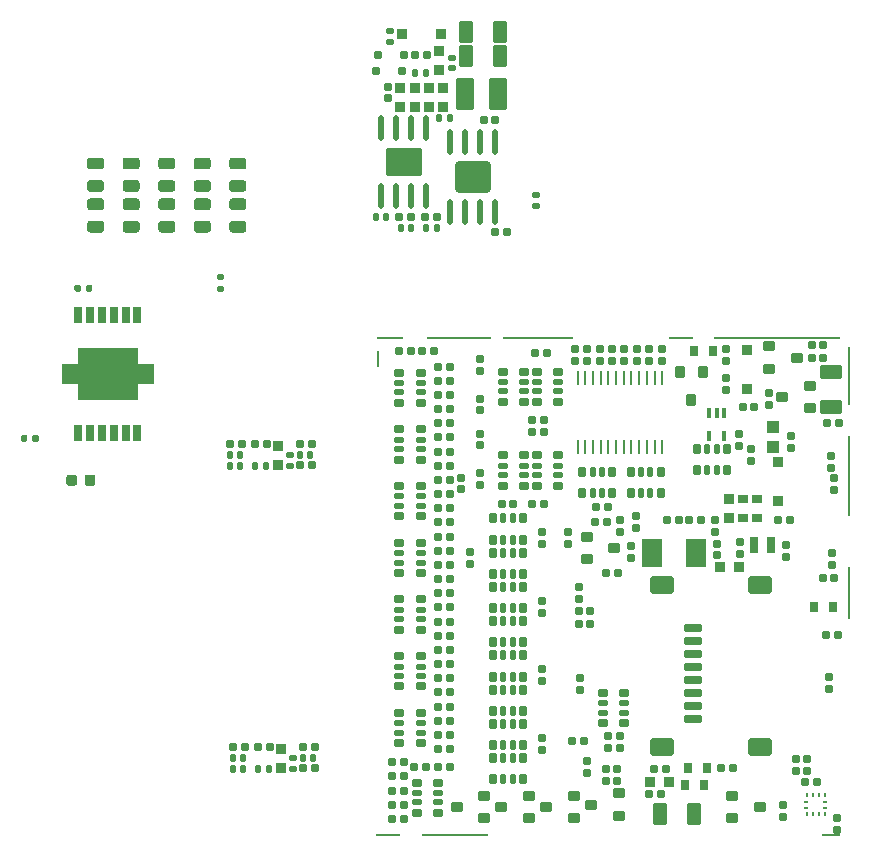
<source format=gbp>
G75*
G70*
%OFA0B0*%
%FSLAX25Y25*%
%IPPOS*%
%LPD*%
%AMOC8*
5,1,8,0,0,1.08239X$1,22.5*
%
%AMM2*
21,1,0.035830,0.026770,0.000000,0.000000,0.000000*
21,1,0.029130,0.033470,0.000000,0.000000,0.000000*
1,1,0.006690,0.014570,-0.013390*
1,1,0.006690,-0.014570,-0.013390*
1,1,0.006690,-0.014570,0.013390*
1,1,0.006690,0.014570,0.013390*
%
%AMM253*
21,1,0.035430,0.030320,0.000000,-0.000000,0.000000*
21,1,0.028350,0.037400,0.000000,-0.000000,0.000000*
1,1,0.007090,0.014170,-0.015160*
1,1,0.007090,-0.014170,-0.015160*
1,1,0.007090,-0.014170,0.015160*
1,1,0.007090,0.014170,0.015160*
%
%AMM259*
21,1,0.027560,0.018900,0.000000,-0.000000,90.000000*
21,1,0.022840,0.023620,0.000000,-0.000000,90.000000*
1,1,0.004720,0.009450,0.011420*
1,1,0.004720,0.009450,-0.011420*
1,1,0.004720,-0.009450,-0.011420*
1,1,0.004720,-0.009450,0.011420*
%
%AMM262*
21,1,0.025590,0.026380,0.000000,-0.000000,0.000000*
21,1,0.020470,0.031500,0.000000,-0.000000,0.000000*
1,1,0.005120,0.010240,-0.013190*
1,1,0.005120,-0.010240,-0.013190*
1,1,0.005120,-0.010240,0.013190*
1,1,0.005120,0.010240,0.013190*
%
%AMM263*
21,1,0.017720,0.027950,0.000000,-0.000000,0.000000*
21,1,0.014170,0.031500,0.000000,-0.000000,0.000000*
1,1,0.003540,0.007090,-0.013980*
1,1,0.003540,-0.007090,-0.013980*
1,1,0.003540,-0.007090,0.013980*
1,1,0.003540,0.007090,0.013980*
%
%AMM265*
21,1,0.012600,0.028980,0.000000,-0.000000,0.000000*
21,1,0.010080,0.031500,0.000000,-0.000000,0.000000*
1,1,0.002520,0.005040,-0.014490*
1,1,0.002520,-0.005040,-0.014490*
1,1,0.002520,-0.005040,0.014490*
1,1,0.002520,0.005040,0.014490*
%
%AMM268*
21,1,0.027560,0.018900,0.000000,-0.000000,0.000000*
21,1,0.022840,0.023620,0.000000,-0.000000,0.000000*
1,1,0.004720,0.011420,-0.009450*
1,1,0.004720,-0.011420,-0.009450*
1,1,0.004720,-0.011420,0.009450*
1,1,0.004720,0.011420,0.009450*
%
%AMM27*
21,1,0.070870,0.036220,0.000000,0.000000,90.000000*
21,1,0.061810,0.045280,0.000000,0.000000,90.000000*
1,1,0.009060,0.018110,0.030910*
1,1,0.009060,0.018110,-0.030910*
1,1,0.009060,-0.018110,-0.030910*
1,1,0.009060,-0.018110,0.030910*
%
%AMM285*
21,1,0.033470,0.026770,0.000000,-0.000000,90.000000*
21,1,0.026770,0.033470,0.000000,-0.000000,90.000000*
1,1,0.006690,0.013390,0.013390*
1,1,0.006690,0.013390,-0.013390*
1,1,0.006690,-0.013390,-0.013390*
1,1,0.006690,-0.013390,0.013390*
%
%AMM286*
21,1,0.035430,0.030320,0.000000,-0.000000,90.000000*
21,1,0.028350,0.037400,0.000000,-0.000000,90.000000*
1,1,0.007090,0.015160,0.014170*
1,1,0.007090,0.015160,-0.014170*
1,1,0.007090,-0.015160,-0.014170*
1,1,0.007090,-0.015160,0.014170*
%
%AMM287*
21,1,0.035830,0.026770,0.000000,-0.000000,270.000000*
21,1,0.029130,0.033470,0.000000,-0.000000,270.000000*
1,1,0.006690,-0.013390,-0.014570*
1,1,0.006690,-0.013390,0.014570*
1,1,0.006690,0.013390,0.014570*
1,1,0.006690,0.013390,-0.014570*
%
%AMM288*
21,1,0.070870,0.036220,0.000000,-0.000000,270.000000*
21,1,0.061810,0.045280,0.000000,-0.000000,270.000000*
1,1,0.009060,-0.018110,-0.030910*
1,1,0.009060,-0.018110,0.030910*
1,1,0.009060,0.018110,0.030910*
1,1,0.009060,0.018110,-0.030910*
%
%AMM289*
21,1,0.059060,0.020470,0.000000,-0.000000,0.000000*
21,1,0.053940,0.025590,0.000000,-0.000000,0.000000*
1,1,0.005120,0.026970,-0.010240*
1,1,0.005120,-0.026970,-0.010240*
1,1,0.005120,-0.026970,0.010240*
1,1,0.005120,0.026970,0.010240*
%
%AMM290*
21,1,0.078740,0.045670,0.000000,-0.000000,0.000000*
21,1,0.067320,0.057090,0.000000,-0.000000,0.000000*
1,1,0.011420,0.033660,-0.022840*
1,1,0.011420,-0.033660,-0.022840*
1,1,0.011420,-0.033660,0.022840*
1,1,0.011420,0.033660,0.022840*
%
%AMM291*
21,1,0.025590,0.026380,0.000000,-0.000000,270.000000*
21,1,0.020470,0.031500,0.000000,-0.000000,270.000000*
1,1,0.005120,-0.013190,-0.010240*
1,1,0.005120,-0.013190,0.010240*
1,1,0.005120,0.013190,0.010240*
1,1,0.005120,0.013190,-0.010240*
%
%AMM292*
21,1,0.017720,0.027950,0.000000,-0.000000,270.000000*
21,1,0.014170,0.031500,0.000000,-0.000000,270.000000*
1,1,0.003540,-0.013980,-0.007090*
1,1,0.003540,-0.013980,0.007090*
1,1,0.003540,0.013980,0.007090*
1,1,0.003540,0.013980,-0.007090*
%
%AMM293*
21,1,0.027560,0.030710,0.000000,-0.000000,0.000000*
21,1,0.022050,0.036220,0.000000,-0.000000,0.000000*
1,1,0.005510,0.011020,-0.015350*
1,1,0.005510,-0.011020,-0.015350*
1,1,0.005510,-0.011020,0.015350*
1,1,0.005510,0.011020,0.015350*
%
%AMM294*
21,1,0.027560,0.049610,0.000000,-0.000000,180.000000*
21,1,0.022050,0.055120,0.000000,-0.000000,180.000000*
1,1,0.005510,-0.011020,0.024800*
1,1,0.005510,0.011020,0.024800*
1,1,0.005510,0.011020,-0.024800*
1,1,0.005510,-0.011020,-0.024800*
%
%AMM295*
21,1,0.027560,0.030710,0.000000,-0.000000,270.000000*
21,1,0.022050,0.036220,0.000000,-0.000000,270.000000*
1,1,0.005510,-0.015350,-0.011020*
1,1,0.005510,-0.015350,0.011020*
1,1,0.005510,0.015350,0.011020*
1,1,0.005510,0.015350,-0.011020*
%
%AMM296*
21,1,0.070870,0.036220,0.000000,-0.000000,0.000000*
21,1,0.061810,0.045280,0.000000,-0.000000,0.000000*
1,1,0.009060,0.030910,-0.018110*
1,1,0.009060,-0.030910,-0.018110*
1,1,0.009060,-0.030910,0.018110*
1,1,0.009060,0.030910,0.018110*
%
%AMM297*
21,1,0.033470,0.026770,0.000000,-0.000000,180.000000*
21,1,0.026770,0.033470,0.000000,-0.000000,180.000000*
1,1,0.006690,-0.013390,0.013390*
1,1,0.006690,0.013390,0.013390*
1,1,0.006690,0.013390,-0.013390*
1,1,0.006690,-0.013390,-0.013390*
%
%AMM30*
21,1,0.023620,0.018900,0.000000,0.000000,90.000000*
21,1,0.018900,0.023620,0.000000,0.000000,90.000000*
1,1,0.004720,0.009450,0.009450*
1,1,0.004720,0.009450,-0.009450*
1,1,0.004720,-0.009450,-0.009450*
1,1,0.004720,-0.009450,0.009450*
%
%AMM31*
21,1,0.019680,0.019680,0.000000,0.000000,0.000000*
21,1,0.015750,0.023620,0.000000,0.000000,0.000000*
1,1,0.003940,0.007870,-0.009840*
1,1,0.003940,-0.007870,-0.009840*
1,1,0.003940,-0.007870,0.009840*
1,1,0.003940,0.007870,0.009840*
%
%AMM32*
21,1,0.019680,0.019680,0.000000,0.000000,270.000000*
21,1,0.015750,0.023620,0.000000,0.000000,270.000000*
1,1,0.003940,-0.009840,-0.007870*
1,1,0.003940,-0.009840,0.007870*
1,1,0.003940,0.009840,0.007870*
1,1,0.003940,0.009840,-0.007870*
%
%AMM45*
21,1,0.106300,0.050390,0.000000,0.000000,90.000000*
21,1,0.093700,0.062990,0.000000,0.000000,90.000000*
1,1,0.012600,0.025200,0.046850*
1,1,0.012600,0.025200,-0.046850*
1,1,0.012600,-0.025200,-0.046850*
1,1,0.012600,-0.025200,0.046850*
%
%AMM46*
21,1,0.023620,0.018900,0.000000,0.000000,180.000000*
21,1,0.018900,0.023620,0.000000,0.000000,180.000000*
1,1,0.004720,-0.009450,0.009450*
1,1,0.004720,0.009450,0.009450*
1,1,0.004720,0.009450,-0.009450*
1,1,0.004720,-0.009450,-0.009450*
%
%AMM47*
21,1,0.122050,0.075590,0.000000,0.000000,180.000000*
21,1,0.103150,0.094490,0.000000,0.000000,180.000000*
1,1,0.018900,-0.051580,0.037800*
1,1,0.018900,0.051580,0.037800*
1,1,0.018900,0.051580,-0.037800*
1,1,0.018900,-0.051580,-0.037800*
%
%AMM48*
21,1,0.118110,0.083460,0.000000,0.000000,0.000000*
21,1,0.097240,0.104330,0.000000,0.000000,0.000000*
1,1,0.020870,0.048620,-0.041730*
1,1,0.020870,-0.048620,-0.041730*
1,1,0.020870,-0.048620,0.041730*
1,1,0.020870,0.048620,0.041730*
%
%AMM5*
21,1,0.033470,0.026770,0.000000,0.000000,270.000000*
21,1,0.026770,0.033470,0.000000,0.000000,270.000000*
1,1,0.006690,-0.013390,-0.013390*
1,1,0.006690,-0.013390,0.013390*
1,1,0.006690,0.013390,0.013390*
1,1,0.006690,0.013390,-0.013390*
%
%ADD113M27*%
%ADD116M30*%
%ADD117M31*%
%ADD118M32*%
%ADD134M45*%
%ADD135M46*%
%ADD136O,0.01968X0.08661*%
%ADD137M47*%
%ADD138M48*%
%ADD222R,0.00984X0.01378*%
%ADD223R,0.01378X0.00984*%
%ADD324R,0.04331X0.03937*%
%ADD328R,0.06693X0.09449*%
%ADD334O,0.00984X0.04961*%
%ADD406M253*%
%ADD412M259*%
%ADD415M262*%
%ADD416M263*%
%ADD418M265*%
%ADD421M268*%
%ADD438M285*%
%ADD439M286*%
%ADD440M287*%
%ADD441M288*%
%ADD442M289*%
%ADD443M290*%
%ADD444M291*%
%ADD445M292*%
%ADD446M293*%
%ADD447M294*%
%ADD448M295*%
%ADD449M296*%
%ADD450M297*%
%ADD61R,0.02559X0.05315*%
%ADD62R,0.20079X0.17323*%
%ADD63R,0.05315X0.07087*%
%ADD66R,0.09055X0.00787*%
%ADD67R,0.42126X0.00787*%
%ADD68R,0.08268X0.00787*%
%ADD69R,0.23622X0.00787*%
%ADD70R,0.21260X0.00787*%
%ADD71R,0.00787X0.05512*%
%ADD72R,0.00787X0.19685*%
%ADD73R,0.00787X0.26772*%
%ADD74R,0.00787X0.17717*%
%ADD75R,0.06299X0.00787*%
%ADD76R,0.22441X0.00787*%
%ADD77R,0.07874X0.00787*%
%ADD81M2*%
%ADD84M5*%
X0000000Y0000000D02*
%LPD*%
G01*
G36*
G01*
X0157264Y0277559D02*
X0153524Y0277559D01*
G75*
G02*
X0152539Y0278543I0000000J0000984D01*
G01*
X0152539Y0280512D01*
G75*
G02*
X0153524Y0281496I0000984J0000000D01*
G01*
X0157264Y0281496D01*
G75*
G02*
X0158248Y0280512I0000000J-000984D01*
G01*
X0158248Y0278543D01*
G75*
G02*
X0157264Y0277559I-000984J0000000D01*
G01*
G37*
G36*
G01*
X0157264Y0285039D02*
X0153524Y0285039D01*
G75*
G02*
X0152539Y0286024I0000000J0000984D01*
G01*
X0152539Y0287992D01*
G75*
G02*
X0153524Y0288976I0000984J0000000D01*
G01*
X0157264Y0288976D01*
G75*
G02*
X0158248Y0287992I0000000J-000984D01*
G01*
X0158248Y0286024D01*
G75*
G02*
X0157264Y0285039I-000984J0000000D01*
G01*
G37*
G36*
G01*
X0109862Y0277559D02*
X0106122Y0277559D01*
G75*
G02*
X0105138Y0278543I0000000J0000984D01*
G01*
X0105138Y0280512D01*
G75*
G02*
X0106122Y0281496I0000984J0000000D01*
G01*
X0109862Y0281496D01*
G75*
G02*
X0110846Y0280512I0000000J-000984D01*
G01*
X0110846Y0278543D01*
G75*
G02*
X0109862Y0277559I-000984J0000000D01*
G01*
G37*
G36*
G01*
X0109862Y0285039D02*
X0106122Y0285039D01*
G75*
G02*
X0105138Y0286024I0000000J0000984D01*
G01*
X0105138Y0287992D01*
G75*
G02*
X0106122Y0288976I0000984J0000000D01*
G01*
X0109862Y0288976D01*
G75*
G02*
X0110846Y0287992I0000000J-000984D01*
G01*
X0110846Y0286024D01*
G75*
G02*
X0109862Y0285039I-000984J0000000D01*
G01*
G37*
G36*
G01*
X0129783Y0302559D02*
X0133524Y0302559D01*
G75*
G02*
X0134508Y0301575I0000000J-000984D01*
G01*
X0134508Y0299606D01*
G75*
G02*
X0133524Y0298622I-000984J0000000D01*
G01*
X0129783Y0298622D01*
G75*
G02*
X0128799Y0299606I0000000J0000984D01*
G01*
X0128799Y0301575D01*
G75*
G02*
X0129783Y0302559I0000984J0000000D01*
G01*
G37*
G36*
G01*
X0129783Y0295079D02*
X0133524Y0295079D01*
G75*
G02*
X0134508Y0294094I0000000J-000984D01*
G01*
X0134508Y0292126D01*
G75*
G02*
X0133524Y0291142I-000984J0000000D01*
G01*
X0129783Y0291142D01*
G75*
G02*
X0128799Y0292126I0000000J0000984D01*
G01*
X0128799Y0294094D01*
G75*
G02*
X0129783Y0295079I0000984J0000000D01*
G01*
G37*
G36*
G01*
X0088992Y0209669D02*
X0088992Y0208331D01*
G75*
G02*
X0088441Y0207780I-000551J0000000D01*
G01*
X0087339Y0207780D01*
G75*
G02*
X0086787Y0208331I0000000J0000551D01*
G01*
X0086787Y0209669D01*
G75*
G02*
X0087339Y0210220I0000551J0000000D01*
G01*
X0088441Y0210220D01*
G75*
G02*
X0088992Y0209669I0000000J-000551D01*
G01*
G37*
G36*
G01*
X0085213Y0209669D02*
X0085213Y0208331D01*
G75*
G02*
X0084661Y0207780I-000551J0000000D01*
G01*
X0083559Y0207780D01*
G75*
G02*
X0083008Y0208331I0000000J0000551D01*
G01*
X0083008Y0209669D01*
G75*
G02*
X0083559Y0210220I0000551J0000000D01*
G01*
X0084661Y0210220D01*
G75*
G02*
X0085213Y0209669I0000000J-000551D01*
G01*
G37*
G36*
G01*
X0153484Y0302559D02*
X0157224Y0302559D01*
G75*
G02*
X0158209Y0301575I0000000J-000984D01*
G01*
X0158209Y0299606D01*
G75*
G02*
X0157224Y0298622I-000984J0000000D01*
G01*
X0153484Y0298622D01*
G75*
G02*
X0152500Y0299606I0000000J0000984D01*
G01*
X0152500Y0301575D01*
G75*
G02*
X0153484Y0302559I0000984J0000000D01*
G01*
G37*
G36*
G01*
X0153484Y0295079D02*
X0157224Y0295079D01*
G75*
G02*
X0158209Y0294094I0000000J-000984D01*
G01*
X0158209Y0292126D01*
G75*
G02*
X0157224Y0291142I-000984J0000000D01*
G01*
X0153484Y0291142D01*
G75*
G02*
X0152500Y0292126I0000000J0000984D01*
G01*
X0152500Y0294094D01*
G75*
G02*
X0153484Y0295079I0000984J0000000D01*
G01*
G37*
D61*
X0121874Y0210827D03*
X0117937Y0210827D03*
X0114000Y0210827D03*
X0110063Y0210827D03*
X0106126Y0210827D03*
X0102189Y0210827D03*
X0102189Y0250000D03*
X0106126Y0250000D03*
X0110063Y0250000D03*
X0114000Y0250000D03*
X0117937Y0250000D03*
X0121874Y0250000D03*
D62*
X0112031Y0230413D03*
D63*
X0124728Y0230413D03*
X0099335Y0230413D03*
G36*
G01*
X0098228Y0194016D02*
X0098228Y0195984D01*
G75*
G02*
X0099114Y0196870I0000886J0000000D01*
G01*
X0100886Y0196870D01*
G75*
G02*
X0101772Y0195984I0000000J-000886D01*
G01*
X0101772Y0194016D01*
G75*
G02*
X0100886Y0193130I-000886J0000000D01*
G01*
X0099114Y0193130D01*
G75*
G02*
X0098228Y0194016I0000000J0000886D01*
G01*
G37*
G36*
G01*
X0104331Y0194016D02*
X0104331Y0195984D01*
G75*
G02*
X0105217Y0196870I0000886J0000000D01*
G01*
X0106988Y0196870D01*
G75*
G02*
X0107874Y0195984I0000000J-000886D01*
G01*
X0107874Y0194016D01*
G75*
G02*
X0106988Y0193130I-000886J0000000D01*
G01*
X0105217Y0193130D01*
G75*
G02*
X0104331Y0194016I0000000J0000886D01*
G01*
G37*
G36*
G01*
X0106882Y0259669D02*
X0106882Y0258331D01*
G75*
G02*
X0106331Y0257780I-000551J0000000D01*
G01*
X0105228Y0257780D01*
G75*
G02*
X0104677Y0258331I0000000J0000551D01*
G01*
X0104677Y0259669D01*
G75*
G02*
X0105228Y0260220I0000551J0000000D01*
G01*
X0106331Y0260220D01*
G75*
G02*
X0106882Y0259669I0000000J-000551D01*
G01*
G37*
G36*
G01*
X0103102Y0259669D02*
X0103102Y0258331D01*
G75*
G02*
X0102551Y0257780I-000551J0000000D01*
G01*
X0101449Y0257780D01*
G75*
G02*
X0100898Y0258331I0000000J0000551D01*
G01*
X0100898Y0259669D01*
G75*
G02*
X0101449Y0260220I0000551J0000000D01*
G01*
X0102551Y0260220D01*
G75*
G02*
X0103102Y0259669I0000000J-000551D01*
G01*
G37*
G36*
G01*
X0117933Y0302559D02*
X0121673Y0302559D01*
G75*
G02*
X0122657Y0301575I0000000J-000984D01*
G01*
X0122657Y0299606D01*
G75*
G02*
X0121673Y0298622I-000984J0000000D01*
G01*
X0117933Y0298622D01*
G75*
G02*
X0116949Y0299606I0000000J0000984D01*
G01*
X0116949Y0301575D01*
G75*
G02*
X0117933Y0302559I0000984J0000000D01*
G01*
G37*
G36*
G01*
X0117933Y0295079D02*
X0121673Y0295079D01*
G75*
G02*
X0122657Y0294094I0000000J-000984D01*
G01*
X0122657Y0292126D01*
G75*
G02*
X0121673Y0291142I-000984J0000000D01*
G01*
X0117933Y0291142D01*
G75*
G02*
X0116949Y0292126I0000000J0000984D01*
G01*
X0116949Y0294094D01*
G75*
G02*
X0117933Y0295079I0000984J0000000D01*
G01*
G37*
G36*
G01*
X0141634Y0302559D02*
X0145374Y0302559D01*
G75*
G02*
X0146358Y0301575I0000000J-000984D01*
G01*
X0146358Y0299606D01*
G75*
G02*
X0145374Y0298622I-000984J0000000D01*
G01*
X0141634Y0298622D01*
G75*
G02*
X0140650Y0299606I0000000J0000984D01*
G01*
X0140650Y0301575D01*
G75*
G02*
X0141634Y0302559I0000984J0000000D01*
G01*
G37*
G36*
G01*
X0141634Y0295079D02*
X0145374Y0295079D01*
G75*
G02*
X0146358Y0294094I0000000J-000984D01*
G01*
X0146358Y0292126D01*
G75*
G02*
X0145374Y0291142I-000984J0000000D01*
G01*
X0141634Y0291142D01*
G75*
G02*
X0140650Y0292126I0000000J0000984D01*
G01*
X0140650Y0294094D01*
G75*
G02*
X0141634Y0295079I0000984J0000000D01*
G01*
G37*
G36*
G01*
X0121713Y0277559D02*
X0117972Y0277559D01*
G75*
G02*
X0116988Y0278543I0000000J0000984D01*
G01*
X0116988Y0280512D01*
G75*
G02*
X0117972Y0281496I0000984J0000000D01*
G01*
X0121713Y0281496D01*
G75*
G02*
X0122697Y0280512I0000000J-000984D01*
G01*
X0122697Y0278543D01*
G75*
G02*
X0121713Y0277559I-000984J0000000D01*
G01*
G37*
G36*
G01*
X0121713Y0285039D02*
X0117972Y0285039D01*
G75*
G02*
X0116988Y0286024I0000000J0000984D01*
G01*
X0116988Y0287992D01*
G75*
G02*
X0117972Y0288976I0000984J0000000D01*
G01*
X0121713Y0288976D01*
G75*
G02*
X0122697Y0287992I0000000J-000984D01*
G01*
X0122697Y0286024D01*
G75*
G02*
X0121713Y0285039I-000984J0000000D01*
G01*
G37*
G36*
G01*
X0106083Y0302559D02*
X0109823Y0302559D01*
G75*
G02*
X0110807Y0301575I0000000J-000984D01*
G01*
X0110807Y0299606D01*
G75*
G02*
X0109823Y0298622I-000984J0000000D01*
G01*
X0106083Y0298622D01*
G75*
G02*
X0105098Y0299606I0000000J0000984D01*
G01*
X0105098Y0301575D01*
G75*
G02*
X0106083Y0302559I0000984J0000000D01*
G01*
G37*
G36*
G01*
X0106083Y0295079D02*
X0109823Y0295079D01*
G75*
G02*
X0110807Y0294094I0000000J-000984D01*
G01*
X0110807Y0292126D01*
G75*
G02*
X0109823Y0291142I-000984J0000000D01*
G01*
X0106083Y0291142D01*
G75*
G02*
X0105098Y0292126I0000000J0000984D01*
G01*
X0105098Y0294094D01*
G75*
G02*
X0106083Y0295079I0000984J0000000D01*
G01*
G37*
G36*
G01*
X0133563Y0277559D02*
X0129823Y0277559D01*
G75*
G02*
X0128839Y0278543I0000000J0000984D01*
G01*
X0128839Y0280512D01*
G75*
G02*
X0129823Y0281496I0000984J0000000D01*
G01*
X0133563Y0281496D01*
G75*
G02*
X0134547Y0280512I0000000J-000984D01*
G01*
X0134547Y0278543D01*
G75*
G02*
X0133563Y0277559I-000984J0000000D01*
G01*
G37*
G36*
G01*
X0133563Y0285039D02*
X0129823Y0285039D01*
G75*
G02*
X0128839Y0286024I0000000J0000984D01*
G01*
X0128839Y0287992D01*
G75*
G02*
X0129823Y0288976I0000984J0000000D01*
G01*
X0133563Y0288976D01*
G75*
G02*
X0134547Y0287992I0000000J-000984D01*
G01*
X0134547Y0286024D01*
G75*
G02*
X0133563Y0285039I-000984J0000000D01*
G01*
G37*
G36*
G01*
X0145413Y0277559D02*
X0141673Y0277559D01*
G75*
G02*
X0140689Y0278543I0000000J0000984D01*
G01*
X0140689Y0280512D01*
G75*
G02*
X0141673Y0281496I0000984J0000000D01*
G01*
X0145413Y0281496D01*
G75*
G02*
X0146398Y0280512I0000000J-000984D01*
G01*
X0146398Y0278543D01*
G75*
G02*
X0145413Y0277559I-000984J0000000D01*
G01*
G37*
G36*
G01*
X0145413Y0285039D02*
X0141673Y0285039D01*
G75*
G02*
X0140689Y0286024I0000000J0000984D01*
G01*
X0140689Y0287992D01*
G75*
G02*
X0141673Y0288976I0000984J0000000D01*
G01*
X0145413Y0288976D01*
G75*
G02*
X0146398Y0287992I0000000J-000984D01*
G01*
X0146398Y0286024D01*
G75*
G02*
X0145413Y0285039I-000984J0000000D01*
G01*
G37*
G36*
G01*
X0148878Y0263858D02*
X0150335Y0263858D01*
G75*
G02*
X0150866Y0263327I0000000J-000531D01*
G01*
X0150866Y0262264D01*
G75*
G02*
X0150335Y0261732I-000531J0000000D01*
G01*
X0148878Y0261732D01*
G75*
G02*
X0148346Y0262264I0000000J0000531D01*
G01*
X0148346Y0263327D01*
G75*
G02*
X0148878Y0263858I0000531J0000000D01*
G01*
G37*
G36*
G01*
X0148878Y0259843D02*
X0150335Y0259843D01*
G75*
G02*
X0150866Y0259311I0000000J-000531D01*
G01*
X0150866Y0258248D01*
G75*
G02*
X0150335Y0257717I-000531J0000000D01*
G01*
X0148878Y0257717D01*
G75*
G02*
X0148346Y0258248I0000000J0000531D01*
G01*
X0148346Y0259311D01*
G75*
G02*
X0148878Y0259843I0000531J0000000D01*
G01*
G37*
X0193024Y0267547D02*
G01*
G75*
D81*
X0222939Y0343925D02*
D03*
X0209947Y0343925D02*
D03*
D113*
X0242799Y0344319D02*
D03*
X0231382Y0344319D02*
D03*
X0242799Y0336287D02*
D03*
X0231382Y0336287D02*
D03*
D116*
X0205426Y0322271D02*
D03*
X0205426Y0326208D02*
D03*
X0202079Y0336838D02*
D03*
X0210741Y0336838D02*
D03*
X0201292Y0331590D02*
D03*
X0209953Y0331590D02*
D03*
D117*
X0213179Y0278964D02*
D03*
X0209635Y0278964D02*
D03*
X0222570Y0315697D02*
D03*
X0226114Y0315697D02*
D03*
X0214573Y0330802D02*
D03*
X0218116Y0330802D02*
D03*
X0221797Y0278964D02*
D03*
X0218254Y0278964D02*
D03*
X0201292Y0282901D02*
D03*
X0204835Y0282901D02*
D03*
D118*
X0226777Y0332377D02*
D03*
X0226777Y0335921D02*
D03*
X0206010Y0344779D02*
D03*
X0206010Y0341235D02*
D03*
X0254774Y0286462D02*
D03*
X0254774Y0290006D02*
D03*
D134*
X0242237Y0323846D02*
D03*
X0231213Y0323846D02*
D03*
D84*
X0209559Y0319523D02*
D03*
X0209559Y0325743D02*
D03*
X0223653Y0319523D02*
D03*
X0223653Y0325743D02*
D03*
X0218962Y0319523D02*
D03*
X0218962Y0325743D02*
D03*
X0214270Y0319523D02*
D03*
X0214270Y0325743D02*
D03*
X0222472Y0331767D02*
D03*
X0222472Y0337988D02*
D03*
D135*
X0212982Y0282901D02*
D03*
X0209045Y0282901D02*
D03*
X0217663Y0282901D02*
D03*
X0221600Y0282901D02*
D03*
X0214376Y0336838D02*
D03*
X0218313Y0336838D02*
D03*
X0237309Y0315224D02*
D03*
X0241246Y0315224D02*
D03*
X0245085Y0277783D02*
D03*
X0241147Y0277783D02*
D03*
D136*
X0218096Y0289661D02*
D03*
X0213096Y0289661D02*
D03*
X0208096Y0289661D02*
D03*
X0203096Y0289661D02*
D03*
X0218096Y0312298D02*
D03*
X0213096Y0312298D02*
D03*
X0208096Y0312298D02*
D03*
X0203096Y0312298D02*
D03*
X0241163Y0284378D02*
D03*
X0236163Y0284378D02*
D03*
X0231163Y0284378D02*
D03*
X0226163Y0284378D02*
D03*
X0241163Y0307803D02*
D03*
X0236163Y0307803D02*
D03*
X0231163Y0307803D02*
D03*
X0226163Y0307803D02*
D03*
D137*
X0210596Y0300979D02*
D03*
D138*
X0233663Y0296090D02*
D03*
X0201555Y0242776D02*
G01*
G75*
D70*
X0229114Y0242382D02*
D03*
D66*
X0206083Y0242382D02*
D03*
D69*
X0255492Y0242382D02*
D03*
D77*
X0205492Y0076634D02*
D03*
D68*
X0302933Y0242382D02*
D03*
D67*
X0335216Y0242382D02*
D03*
D72*
X0359035Y0229784D02*
D03*
D73*
X0359035Y0196319D02*
D03*
D74*
X0359035Y0157540D02*
D03*
D76*
X0227736Y0076634D02*
D03*
D75*
X0353130Y0076634D02*
D03*
D71*
X0201949Y0235296D02*
D03*
D406*
X0302797Y0231161D02*
D03*
X0306537Y0221909D02*
D03*
D406*
X0310278Y0231161D02*
D03*
D412*
X0253523Y0211083D02*
D03*
X0257460Y0211083D02*
D03*
X0296437Y0090414D02*
D03*
X0292500Y0090414D02*
D03*
X0355689Y0214134D02*
D03*
X0351752Y0214134D02*
D03*
X0278327Y0180951D02*
D03*
X0274390Y0180951D02*
D03*
X0278255Y0164046D02*
D03*
X0282192Y0164046D02*
D03*
X0274783Y0186083D02*
D03*
X0278720Y0186083D02*
D03*
X0258371Y0237277D02*
D03*
X0254434Y0237277D02*
D03*
X0327539Y0219548D02*
D03*
X0323602Y0219548D02*
D03*
X0346634Y0240020D02*
D03*
X0350571Y0240020D02*
D03*
X0270846Y0108130D02*
D03*
X0266909Y0108130D02*
D03*
X0335413Y0181752D02*
D03*
X0339350Y0181752D02*
D03*
X0268976Y0151535D02*
D03*
X0272913Y0151535D02*
D03*
X0350276Y0162560D02*
D03*
X0354212Y0162560D02*
D03*
X0282657Y0109705D02*
D03*
X0278720Y0109705D02*
D03*
X0282657Y0105768D02*
D03*
X0278720Y0105768D02*
D03*
X0346634Y0235886D02*
D03*
X0350571Y0235886D02*
D03*
X0298012Y0098878D02*
D03*
X0294075Y0098878D02*
D03*
X0320453Y0099075D02*
D03*
X0316516Y0099075D02*
D03*
X0268976Y0147205D02*
D03*
X0272913Y0147205D02*
D03*
X0355492Y0143563D02*
D03*
X0351555Y0143563D02*
D03*
X0305886Y0181752D02*
D03*
X0309823Y0181752D02*
D03*
X0302342Y0181752D02*
D03*
X0298405Y0181752D02*
D03*
X0225964Y0195138D02*
D03*
X0222027Y0195138D02*
D03*
X0225964Y0190414D02*
D03*
X0222027Y0190414D02*
D03*
X0225964Y0185689D02*
D03*
X0222027Y0185689D02*
D03*
X0225964Y0180965D02*
D03*
X0222027Y0180965D02*
D03*
X0206673Y0096319D02*
D03*
X0210610Y0096319D02*
D03*
X0210610Y0091595D02*
D03*
X0206673Y0091595D02*
D03*
X0206673Y0086871D02*
D03*
X0210610Y0086871D02*
D03*
X0206673Y0082146D02*
D03*
X0210610Y0082146D02*
D03*
X0253523Y0215020D02*
D03*
X0257460Y0215020D02*
D03*
X0253523Y0187067D02*
D03*
X0257460Y0187067D02*
D03*
X0225964Y0218760D02*
D03*
X0222027Y0218760D02*
D03*
X0225964Y0223484D02*
D03*
X0222027Y0223484D02*
D03*
X0225964Y0228209D02*
D03*
X0222027Y0228209D02*
D03*
X0225964Y0232933D02*
D03*
X0222027Y0232933D02*
D03*
X0225964Y0199862D02*
D03*
X0222027Y0199862D02*
D03*
X0225964Y0204587D02*
D03*
X0222027Y0204587D02*
D03*
X0225964Y0209311D02*
D03*
X0222027Y0209311D02*
D03*
X0225964Y0214036D02*
D03*
X0222027Y0214036D02*
D03*
X0225964Y0162067D02*
D03*
X0222027Y0162067D02*
D03*
X0225964Y0166791D02*
D03*
X0222027Y0166791D02*
D03*
X0225964Y0171516D02*
D03*
X0222027Y0171516D02*
D03*
X0225964Y0176240D02*
D03*
X0222027Y0176240D02*
D03*
X0222027Y0143169D02*
D03*
X0225964Y0143169D02*
D03*
X0225964Y0147894D02*
D03*
X0222027Y0147894D02*
D03*
X0225964Y0152618D02*
D03*
X0222027Y0152618D02*
D03*
X0225964Y0157343D02*
D03*
X0222027Y0157343D02*
D03*
X0225964Y0124272D02*
D03*
X0222027Y0124272D02*
D03*
X0225964Y0128996D02*
D03*
X0222027Y0128996D02*
D03*
X0225964Y0133721D02*
D03*
X0222027Y0133721D02*
D03*
X0225964Y0138445D02*
D03*
X0222027Y0138445D02*
D03*
X0225964Y0110099D02*
D03*
X0222027Y0110099D02*
D03*
X0225964Y0114823D02*
D03*
X0222027Y0114823D02*
D03*
X0225964Y0119548D02*
D03*
X0222027Y0119548D02*
D03*
X0216712Y0238052D02*
D03*
X0220649Y0238052D02*
D03*
X0210610Y0101043D02*
D03*
X0206673Y0101043D02*
D03*
X0243287Y0187067D02*
D03*
X0247224Y0187067D02*
D03*
X0222027Y0099469D02*
D03*
X0225964Y0099469D02*
D03*
X0209035Y0238052D02*
D03*
X0212972Y0238052D02*
D03*
X0218090Y0099469D02*
D03*
X0214153Y0099469D02*
D03*
X0348405Y0094351D02*
D03*
X0344468Y0094351D02*
D03*
X0225964Y0105374D02*
D03*
X0222027Y0105374D02*
D03*
D415*
X0318386Y0205374D02*
D03*
X0318386Y0198288D02*
D03*
X0308346Y0198288D02*
D03*
X0308346Y0205374D02*
D03*
X0270157Y0190807D02*
D03*
X0270157Y0197894D02*
D03*
X0280197Y0197894D02*
D03*
X0280197Y0190807D02*
D03*
X0286299Y0190807D02*
D03*
X0286299Y0197894D02*
D03*
X0296339Y0197894D02*
D03*
X0296339Y0190807D02*
D03*
X0250472Y0095335D02*
D03*
X0250472Y0102422D02*
D03*
X0240433Y0102422D02*
D03*
X0240433Y0095335D02*
D03*
X0240433Y0113839D02*
D03*
X0240433Y0106752D02*
D03*
X0250472Y0106752D02*
D03*
X0250472Y0113839D02*
D03*
X0250472Y0163839D02*
D03*
X0250472Y0170925D02*
D03*
X0240433Y0170925D02*
D03*
X0240433Y0163839D02*
D03*
X0240433Y0182343D02*
D03*
X0240433Y0175256D02*
D03*
X0250472Y0175256D02*
D03*
X0250472Y0182343D02*
D03*
X0250472Y0141004D02*
D03*
X0250472Y0148091D02*
D03*
X0240433Y0148091D02*
D03*
X0240433Y0141004D02*
D03*
X0240433Y0159508D02*
D03*
X0240433Y0152421D02*
D03*
X0250472Y0152421D02*
D03*
X0250472Y0159508D02*
D03*
X0250472Y0118169D02*
D03*
X0250472Y0125256D02*
D03*
X0240433Y0125256D02*
D03*
X0240433Y0118169D02*
D03*
X0240433Y0136673D02*
D03*
X0240433Y0129587D02*
D03*
X0250472Y0129587D02*
D03*
X0250472Y0136673D02*
D03*
D416*
X0311791Y0198288D02*
D03*
X0314941Y0198288D02*
D03*
X0314941Y0205374D02*
D03*
X0311791Y0205374D02*
D03*
X0276752Y0197894D02*
D03*
X0273602Y0197894D02*
D03*
X0273602Y0190807D02*
D03*
X0276752Y0190807D02*
D03*
X0292894Y0197894D02*
D03*
X0289744Y0197894D02*
D03*
X0289744Y0190807D02*
D03*
X0292894Y0190807D02*
D03*
X0247027Y0095335D02*
D03*
X0243878Y0095335D02*
D03*
X0243878Y0102422D02*
D03*
X0247027Y0102422D02*
D03*
X0243878Y0113839D02*
D03*
X0247027Y0113839D02*
D03*
X0247027Y0106752D02*
D03*
X0243878Y0106752D02*
D03*
X0247027Y0163839D02*
D03*
X0243878Y0163839D02*
D03*
X0243878Y0170925D02*
D03*
X0247027Y0170925D02*
D03*
X0243878Y0182343D02*
D03*
X0247027Y0182343D02*
D03*
X0247027Y0175256D02*
D03*
X0243878Y0175256D02*
D03*
X0247027Y0141004D02*
D03*
X0243878Y0141004D02*
D03*
X0243878Y0148091D02*
D03*
X0247027Y0148091D02*
D03*
X0243878Y0159508D02*
D03*
X0247027Y0159508D02*
D03*
X0247027Y0152421D02*
D03*
X0243878Y0152421D02*
D03*
X0247027Y0118169D02*
D03*
X0243878Y0118169D02*
D03*
X0243878Y0125256D02*
D03*
X0247027Y0125256D02*
D03*
X0243878Y0136673D02*
D03*
X0247027Y0136673D02*
D03*
X0247027Y0129587D02*
D03*
X0243878Y0129587D02*
D03*
D418*
X0312382Y0217382D02*
D03*
X0314941Y0217382D02*
D03*
X0317500Y0217382D02*
D03*
X0317500Y0209902D02*
D03*
X0312382Y0209902D02*
D03*
D421*
X0352933Y0199075D02*
D03*
X0352933Y0203012D02*
D03*
X0337185Y0082933D02*
D03*
X0337185Y0086871D02*
D03*
X0332364Y0224033D02*
D03*
X0332364Y0220096D02*
D03*
X0326358Y0201437D02*
D03*
X0326358Y0205374D02*
D03*
X0322421Y0210493D02*
D03*
X0322421Y0206556D02*
D03*
X0271634Y0101437D02*
D03*
X0271634Y0097500D02*
D03*
X0353524Y0170729D02*
D03*
X0353524Y0166792D02*
D03*
X0341319Y0102028D02*
D03*
X0341319Y0098091D02*
D03*
X0352342Y0129390D02*
D03*
X0352342Y0125453D02*
D03*
X0265533Y0173866D02*
D03*
X0265533Y0177803D02*
D03*
X0288169Y0183130D02*
D03*
X0288169Y0179193D02*
D03*
X0286594Y0173091D02*
D03*
X0286594Y0169154D02*
D03*
X0314941Y0173878D02*
D03*
X0314941Y0169941D02*
D03*
X0355098Y0078603D02*
D03*
X0355098Y0082540D02*
D03*
X0354114Y0191792D02*
D03*
X0354114Y0195729D02*
D03*
X0339744Y0209705D02*
D03*
X0339744Y0205768D02*
D03*
X0277933Y0098681D02*
D03*
X0277933Y0094744D02*
D03*
X0281870Y0098681D02*
D03*
X0281870Y0094744D02*
D03*
X0345256Y0098091D02*
D03*
X0345256Y0102028D02*
D03*
X0269370Y0125158D02*
D03*
X0269370Y0129095D02*
D03*
X0314547Y0181752D02*
D03*
X0314547Y0177815D02*
D03*
X0282854Y0181752D02*
D03*
X0282854Y0177815D02*
D03*
X0338169Y0173485D02*
D03*
X0338169Y0169548D02*
D03*
X0322815Y0174272D02*
D03*
X0322815Y0170335D02*
D03*
X0268976Y0159410D02*
D03*
X0268976Y0155473D02*
D03*
X0256673Y0105177D02*
D03*
X0256673Y0109114D02*
D03*
X0256673Y0173681D02*
D03*
X0256673Y0177618D02*
D03*
X0256673Y0150847D02*
D03*
X0256673Y0154784D02*
D03*
X0256673Y0128012D02*
D03*
X0256673Y0131949D02*
D03*
X0232657Y0167185D02*
D03*
X0232657Y0171122D02*
D03*
X0236201Y0222237D02*
D03*
X0236201Y0218300D02*
D03*
X0236201Y0231426D02*
D03*
X0236201Y0235363D02*
D03*
X0236201Y0197433D02*
D03*
X0236201Y0193496D02*
D03*
X0236201Y0206622D02*
D03*
X0236201Y0210559D02*
D03*
X0318090Y0234902D02*
D03*
X0318090Y0238839D02*
D03*
X0318090Y0228996D02*
D03*
X0318090Y0225059D02*
D03*
X0229901Y0191988D02*
D03*
X0229901Y0195925D02*
D03*
X0267697Y0238839D02*
D03*
X0267697Y0234902D02*
D03*
X0280098Y0238839D02*
D03*
X0280098Y0234902D02*
D03*
X0284232Y0238839D02*
D03*
X0284232Y0234902D02*
D03*
X0292500Y0238839D02*
D03*
X0292500Y0234902D02*
D03*
X0288366Y0238839D02*
D03*
X0288366Y0234902D02*
D03*
X0296634Y0238839D02*
D03*
X0296634Y0234902D02*
D03*
X0275965Y0238839D02*
D03*
X0275965Y0234902D02*
D03*
X0271831Y0238839D02*
D03*
X0271831Y0234902D02*
D03*
D438*
X0319075Y0188799D02*
D03*
X0319075Y0182579D02*
D03*
D439*
X0329426Y0086196D02*
D03*
X0320174Y0082456D02*
D03*
X0271675Y0168625D02*
D03*
X0280927Y0172365D02*
D03*
X0332539Y0232146D02*
D03*
X0341791Y0235886D02*
D03*
X0345964Y0226437D02*
D03*
X0336713Y0222697D02*
D03*
X0237579Y0089823D02*
D03*
X0228327Y0086083D02*
D03*
X0243222Y0086083D02*
D03*
X0252474Y0089823D02*
D03*
X0267369Y0089823D02*
D03*
X0258117Y0086083D02*
D03*
X0282264Y0090610D02*
D03*
X0273012Y0086870D02*
D03*
D439*
X0320174Y0089936D02*
D03*
X0271675Y0176105D02*
D03*
X0332539Y0239626D02*
D03*
X0345965Y0218957D02*
D03*
X0237579Y0082343D02*
D03*
X0252474Y0082343D02*
D03*
X0267369Y0082343D02*
D03*
X0282264Y0083130D02*
D03*
D440*
X0325177Y0238445D02*
D03*
X0325177Y0225453D02*
D03*
X0335413Y0201044D02*
D03*
X0335413Y0188051D02*
D03*
D324*
X0333838Y0205965D02*
D03*
X0333838Y0212658D02*
D03*
D441*
X0296043Y0083721D02*
D03*
X0307460Y0083721D02*
D03*
D442*
X0307079Y0145650D02*
D03*
X0307079Y0141319D02*
D03*
X0307079Y0136988D02*
D03*
X0307079Y0132658D02*
D03*
X0307079Y0128327D02*
D03*
X0307079Y0123996D02*
D03*
X0307079Y0119665D02*
D03*
X0307079Y0115335D02*
D03*
D443*
X0296843Y0105965D02*
D03*
X0329520Y0105965D02*
D03*
X0329520Y0160098D02*
D03*
X0296843Y0160098D02*
D03*
D328*
X0308051Y0170728D02*
D03*
X0293484Y0170728D02*
D03*
D444*
X0284232Y0124173D02*
D03*
X0277146Y0124173D02*
D03*
X0277146Y0114134D02*
D03*
X0284232Y0114134D02*
D03*
X0209232Y0193071D02*
D03*
X0216319Y0193071D02*
D03*
X0216319Y0183032D02*
D03*
X0209232Y0183032D02*
D03*
X0243681Y0221221D02*
D03*
X0250768Y0221221D02*
D03*
X0250768Y0231260D02*
D03*
X0243681Y0231260D02*
D03*
X0262185Y0231260D02*
D03*
X0255098Y0231260D02*
D03*
X0255098Y0221221D02*
D03*
X0262185Y0221221D02*
D03*
X0243681Y0193268D02*
D03*
X0250768Y0193268D02*
D03*
X0250768Y0203307D02*
D03*
X0243681Y0203307D02*
D03*
X0262185Y0203307D02*
D03*
X0255098Y0203307D02*
D03*
X0255098Y0193268D02*
D03*
X0262185Y0193268D02*
D03*
X0209232Y0230866D02*
D03*
X0216319Y0230866D02*
D03*
X0216319Y0220827D02*
D03*
X0209232Y0220827D02*
D03*
X0209232Y0211969D02*
D03*
X0216319Y0211969D02*
D03*
X0216319Y0201930D02*
D03*
X0209232Y0201930D02*
D03*
X0209232Y0174174D02*
D03*
X0216319Y0174174D02*
D03*
X0216319Y0164134D02*
D03*
X0209232Y0164134D02*
D03*
X0209232Y0155276D02*
D03*
X0216319Y0155276D02*
D03*
X0216319Y0145236D02*
D03*
X0209232Y0145236D02*
D03*
X0209232Y0136378D02*
D03*
X0216319Y0136378D02*
D03*
X0216319Y0126339D02*
D03*
X0209232Y0126339D02*
D03*
X0209232Y0117481D02*
D03*
X0216319Y0117481D02*
D03*
X0216319Y0107441D02*
D03*
X0209232Y0107441D02*
D03*
X0214941Y0084213D02*
D03*
X0222027Y0084213D02*
D03*
X0222027Y0094252D02*
D03*
X0214941Y0094252D02*
D03*
D445*
X0284232Y0120729D02*
D03*
X0284232Y0117579D02*
D03*
X0277146Y0117579D02*
D03*
X0277146Y0120729D02*
D03*
X0216319Y0186477D02*
D03*
X0216319Y0189626D02*
D03*
X0209232Y0189626D02*
D03*
X0209232Y0186477D02*
D03*
X0243681Y0224666D02*
D03*
X0243681Y0227815D02*
D03*
X0250768Y0227815D02*
D03*
X0250768Y0224666D02*
D03*
X0262185Y0227815D02*
D03*
X0262185Y0224666D02*
D03*
X0255098Y0224666D02*
D03*
X0255098Y0227815D02*
D03*
X0243681Y0196713D02*
D03*
X0243681Y0199863D02*
D03*
X0250768Y0199863D02*
D03*
X0250768Y0196713D02*
D03*
X0262185Y0199862D02*
D03*
X0262185Y0196713D02*
D03*
X0255098Y0196713D02*
D03*
X0255098Y0199862D02*
D03*
X0216319Y0224272D02*
D03*
X0216319Y0227421D02*
D03*
X0209232Y0227421D02*
D03*
X0209232Y0224272D02*
D03*
X0216319Y0205374D02*
D03*
X0216319Y0208524D02*
D03*
X0209232Y0208524D02*
D03*
X0209232Y0205374D02*
D03*
X0216319Y0167579D02*
D03*
X0216319Y0170729D02*
D03*
X0209232Y0170729D02*
D03*
X0209232Y0167579D02*
D03*
X0216319Y0148681D02*
D03*
X0216319Y0151831D02*
D03*
X0209232Y0151831D02*
D03*
X0209232Y0148681D02*
D03*
X0216319Y0129784D02*
D03*
X0216319Y0132933D02*
D03*
X0209232Y0132933D02*
D03*
X0209232Y0129784D02*
D03*
X0216319Y0110886D02*
D03*
X0216319Y0114036D02*
D03*
X0209232Y0114036D02*
D03*
X0209232Y0110886D02*
D03*
X0214941Y0087658D02*
D03*
X0214941Y0090807D02*
D03*
X0222027Y0090807D02*
D03*
X0222027Y0087658D02*
D03*
D446*
X0311791Y0099075D02*
D03*
X0305492Y0099075D02*
D03*
X0347520Y0152717D02*
D03*
X0353819Y0152717D02*
D03*
X0313760Y0238051D02*
D03*
X0307460Y0238051D02*
D03*
X0304311Y0093563D02*
D03*
X0310610Y0093563D02*
D03*
D447*
X0333248Y0173485D02*
D03*
X0327342Y0173485D02*
D03*
D448*
X0328327Y0182539D02*
D03*
X0328327Y0188839D02*
D03*
X0323701Y0182539D02*
D03*
X0323701Y0188839D02*
D03*
D449*
X0352933Y0230965D02*
D03*
X0352933Y0219548D02*
D03*
D450*
X0292736Y0094548D02*
D03*
X0298957Y0094548D02*
D03*
X0322382Y0166004D02*
D03*
X0316161Y0166004D02*
D03*
D334*
X0268681Y0229154D02*
D03*
X0271240Y0229154D02*
D03*
X0273799Y0229154D02*
D03*
X0276358Y0229154D02*
D03*
X0278917Y0229154D02*
D03*
X0281476Y0229154D02*
D03*
X0284035Y0229154D02*
D03*
X0286594Y0229154D02*
D03*
X0289153Y0229154D02*
D03*
X0291713Y0229154D02*
D03*
X0294271Y0229154D02*
D03*
X0296831Y0229154D02*
D03*
X0268681Y0206161D02*
D03*
X0271240Y0206161D02*
D03*
X0273799Y0206161D02*
D03*
X0276358Y0206161D02*
D03*
X0278917Y0206161D02*
D03*
X0281476Y0206161D02*
D03*
X0284035Y0206161D02*
D03*
X0286594Y0206161D02*
D03*
X0289153Y0206161D02*
D03*
X0291713Y0206161D02*
D03*
X0294271Y0206161D02*
D03*
X0296831Y0206161D02*
D03*
D223*
X0344862Y0085886D02*
D03*
X0344862Y0087854D02*
D03*
X0351161Y0087854D02*
D03*
X0351161Y0085886D02*
D03*
D222*
X0345059Y0090020D02*
D03*
X0347028Y0090020D02*
D03*
X0348996Y0090020D02*
D03*
X0350964Y0090020D02*
D03*
X0345059Y0083720D02*
D03*
X0350964Y0083720D02*
D03*
X0347028Y0083720D02*
D03*
X0348996Y0083720D02*
D03*
X0113571Y0139201D02*
%LPD*%
G01*
X0148185Y0196996D02*
G01*
G75*
D135*
X0176138Y0207232D02*
D03*
X0180075Y0207232D02*
D03*
X0165015Y0207232D02*
D03*
X0161078Y0207232D02*
D03*
X0156649Y0207232D02*
D03*
X0152712Y0207232D02*
D03*
X0176138Y0199949D02*
D03*
X0180075Y0199949D02*
D03*
D118*
X0172753Y0199752D02*
D03*
X0172753Y0203295D02*
D03*
D84*
X0168868Y0206465D02*
D03*
X0168868Y0200244D02*
D03*
D117*
X0156256Y0203295D02*
D03*
X0152713Y0203295D02*
D03*
X0164622Y0199752D02*
D03*
X0161079Y0199752D02*
D03*
X0179484Y0203353D02*
D03*
X0175941Y0203353D02*
D03*
X0152713Y0199752D02*
D03*
X0156256Y0199752D02*
D03*
X0149185Y0095996D02*
G01*
G75*
D135*
X0177138Y0106232D02*
D03*
X0181075Y0106232D02*
D03*
X0166015Y0106232D02*
D03*
X0162078Y0106232D02*
D03*
X0157649Y0106232D02*
D03*
X0153712Y0106232D02*
D03*
X0177138Y0098949D02*
D03*
X0181075Y0098949D02*
D03*
D118*
X0173753Y0098752D02*
D03*
X0173753Y0102295D02*
D03*
D84*
X0169868Y0105465D02*
D03*
X0169868Y0099244D02*
D03*
D117*
X0157256Y0102295D02*
D03*
X0153713Y0102295D02*
D03*
X0165622Y0098752D02*
D03*
X0162079Y0098752D02*
D03*
X0180484Y0102353D02*
D03*
X0176941Y0102353D02*
D03*
X0153713Y0098752D02*
D03*
X0157256Y0098752D02*
D03*
M02*

</source>
